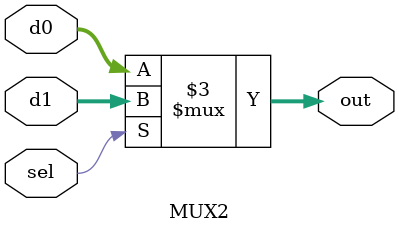
<source format=v>
`timescale 1ns / 1ps


module MUX2 #(parameter Data_width = 4)(
input [Data_width - 1:0] d0, d1,
input sel,
output reg [Data_width - 1:0] out 
);

always @ (d0, d1, sel)
begin
        if (sel)
            out <= d1;
        else
            out <= d0;
end
endmodule
</source>
